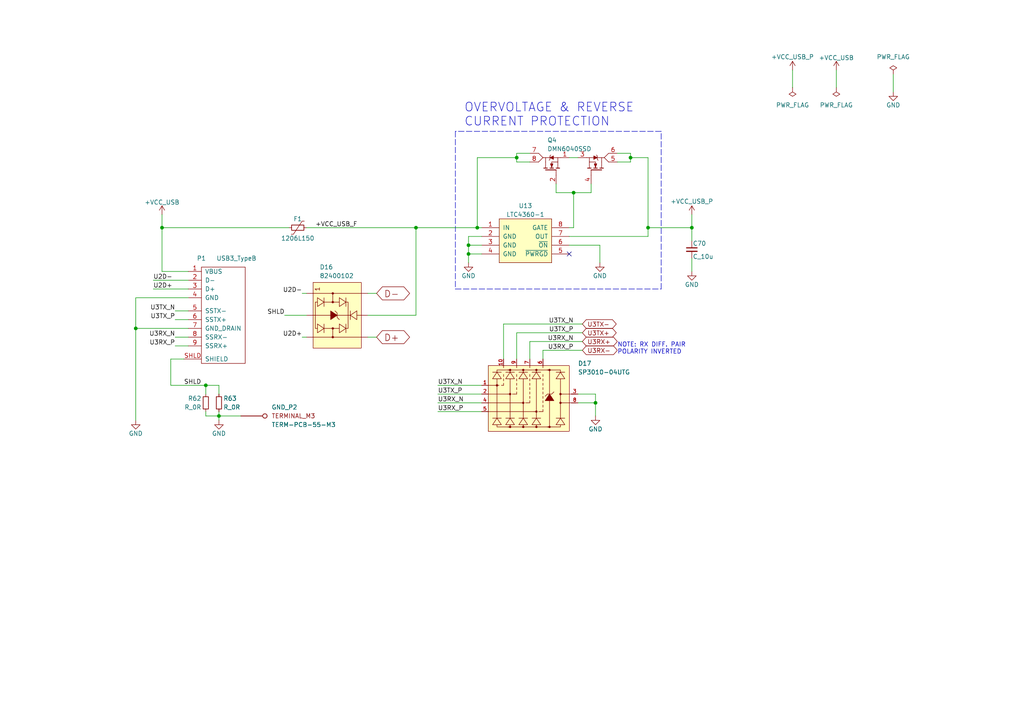
<source format=kicad_sch>
(kicad_sch (version 20211123) (generator eeschema)
  (paper "A4")
  (title_block (title "Scopefun Oscilloscope") (rev "v2") (comment 1 "Copyright Dejan Priversek 2017") (comment 2 "Licensed under CERN OHL v.1.2"))
  (lib_symbols
    (symbol "ScopefunParts:+VCC_USB" (power) (pin_names (offset 0))
      (property "Value" "+VCC_USB" (at 0 3.556 0))
      (symbol "+VCC_USB_0_1"
        (polyline (pts (xy -0.762 1.27) (xy 0 2.54)))
        (polyline (pts (xy 0 0) (xy 0 2.54)))
        (polyline (pts (xy 0 2.54) (xy 0.762 1.27)))
      )
      (symbol "+VCC_USB_1_1"
        (pin power_in line (at 0 0 90) (length 0) hide (name "+VCC_USB") (number "1"))
      )
    )
    (symbol "ScopefunParts:+VCC_USB_P" (power) (pin_names (offset 0))
      (property "Value" "+VCC_USB_P" (at 0 3.556 0))
      (symbol "+VCC_USB_P_0_1"
        (polyline (pts (xy -0.762 1.27) (xy 0 2.54)))
        (polyline (pts (xy 0 0) (xy 0 2.54)))
        (polyline (pts (xy 0 2.54) (xy 0.762 1.27)))
      )
      (symbol "+VCC_USB_P_1_1"
        (pin power_in line (at 0 0 90) (length 0) hide (name "+VCC_USB_P") (number "1"))
      )
    )
    (symbol "ScopefunParts:1206L150" (pin_numbers hide) (pin_names (offset 0.254) hide)
      (property "Reference" "F" (at -1.27 2.54 0))
      (property "Value" "1206L150" (at 0 -3.81 0))
      (symbol "1206L150_0_1"
        (rectangle (start -1.778 -0.762) (end 1.778 0.762) (stroke (width 0.2032)))
        (polyline (pts (xy -1.905 -1.905) (xy -1.27 -1.905) (xy 1.27 1.905) (xy 1.905 1.905)))
      )
      (symbol "1206L150_1_1"
        (pin passive line (at -2.54 0 0) (length 0.762) (name "~") (number "1"))
        (pin passive line (at 2.54 0 180) (length 0.762) (name "~") (number "2"))
      )
    )
    (symbol "ScopefunParts:82400102" (pin_numbers hide) (pin_names (offset 0.254) hide)
      (property "Reference" "D" (at 10.16 3.81 0))
      (property "Value" "82400102" (at 10.16 1.27 0))
      (symbol "82400102_0_0"
        (text "1" (at -7.62 -5.715 0) (effects (font (size 1.27 1.27))))
      )
      (symbol "82400102_0_1"
        (circle (center -6.35 -1.27) (radius 0.254) (fill (type outline)))
        (circle (center -3.81 -1.27) (radius 0.254) (fill (type outline)))
        (polyline (pts (xy -6.35 -1.27) (xy -3.81 -1.27)))
        (polyline (pts (xy -6.35 6.985) (xy -6.35 -6.985)))
        (polyline (pts (xy -5.08 -3.81) (xy -2.54 -3.81)))
        (polyline (pts (xy -5.08 2.54) (xy -2.54 2.54)))
        (polyline (pts (xy -3.81 -3.81) (xy -3.81 0.635)))
        (polyline (pts (xy -1.27 3.81) (xy 1.27 3.81)))
        (polyline (pts (xy 0 -1.905) (xy 0 -6.985)))
        (polyline (pts (xy 0 3.81) (xy 0 0)))
        (polyline (pts (xy 0 5.715) (xy 0 6.985)))
        (polyline (pts (xy 2.54 -3.81) (xy 5.08 -3.81)))
        (polyline (pts (xy 2.54 2.54) (xy 5.08 2.54)))
        (polyline (pts (xy 3.81 -3.81) (xy 3.81 0.635)))
        (polyline (pts (xy 3.81 -1.27) (xy 6.35 -1.27)))
        (polyline (pts (xy 6.35 6.985) (xy 6.35 -6.985)))
        (polyline (pts (xy -3.81 -5.715) (xy -3.81 -6.35) (xy 0 -6.35)))
        (polyline (pts (xy 0 3.175) (xy -3.81 3.175) (xy -3.81 2.54)))
        (polyline (pts (xy 0 3.175) (xy 3.81 3.175) (xy 3.81 2.54)))
        (polyline (pts (xy 3.81 -5.715) (xy 3.81 -6.35) (xy 0 -6.35)))
        (polyline (pts (xy -5.08 -5.715) (xy -3.81 -3.81) (xy -2.54 -5.715) (xy -5.08 -5.715)))
        (polyline (pts (xy -5.08 0.635) (xy -3.81 2.54) (xy -2.54 0.635) (xy -5.08 0.635)))
        (polyline (pts (xy -1.27 5.715) (xy 0 3.81) (xy 1.27 5.715) (xy -1.27 5.715)))
        (polyline (pts (xy 0 0) (xy -1.27 -1.905) (xy 1.27 -1.905) (xy 0 0)) (fill (type outline)))
        (polyline (pts (xy 1.27 0.635) (xy 0.635 0) (xy -0.635 0) (xy -1.27 -0.635)))
        (polyline (pts (xy 2.54 -5.715) (xy 3.81 -3.81) (xy 5.08 -5.715) (xy 2.54 -5.715)))
        (polyline (pts (xy 2.54 0.635) (xy 3.81 2.54) (xy 5.08 0.635) (xy 2.54 0.635)))
        (circle (center 3.81 -1.27) (radius 0.254) (fill (type outline)))
        (circle (center 6.35 -1.27) (radius 0.254) (fill (type outline)))
        (rectangle (start 9.525 -6.985) (end -9.525 6.985) (fill (type background)))
      )
      (symbol "82400102_1_1"
        (pin passive line (at -6.35 -8.89 90) (length 1.905) (name "IO1") (number "1"))
        (pin passive line (at 0 -8.89 90) (length 1.905) (name "GND") (number "2"))
        (pin passive line (at 6.35 -8.89 90) (length 1.905) (name "IO2") (number "3"))
        (pin passive line (at 6.35 8.89 270) (length 1.905) (name "IO2") (number "4"))
        (pin passive line (at 0 8.89 270) (length 1.905) (name "VDD") (number "5"))
        (pin passive line (at -6.35 8.89 270) (length 1.905) (name "IO1") (number "6"))
      )
    )
    (symbol "ScopefunParts:C_10u" (pin_numbers hide) (pin_names (offset 0.254) hide)
      (property "Reference" "C" (at 0.254 1.778 0))
      (property "Value" "C_10u" (at 0.254 -2.032 0))
      (symbol "C_10u_0_1"
        (polyline (pts (xy -1.524 -0.508) (xy 1.524 -0.508)) (stroke (width 0.3302)))
        (polyline (pts (xy -1.524 0.508) (xy 1.524 0.508)) (stroke (width 0.3048)))
      )
      (symbol "C_10u_1_1"
        (pin passive line (at 0 2.54 270) (length 1.905) (name "~") (number "1"))
        (pin passive line (at 0 -2.54 90) (length 2.032) (name "~") (number "2"))
      )
    )
    (symbol "ScopefunParts:DMN6040SSD" (pin_names (offset 0) hide)
      (property "Reference" "Q" (at -7.62 7.62 0))
      (property "Value" "DMN6040SSD" (at -7.62 5.08 0))
      (symbol "DMN6040SSD_0_1"
        (polyline (pts (xy -8.89 2.54) (xy -10.16 1.27)))
        (polyline (pts (xy -8.89 2.54) (xy -10.16 3.81)))
        (polyline (pts (xy -8.89 2.54) (xy -8.128 2.54)))
        (polyline (pts (xy -8.636 -0.508) (xy -7.62 -0.508)) (stroke (width 0.254)))
        (polyline (pts (xy -8.128 -1.016) (xy -5.08 -1.016)) (stroke (width 0.254)))
        (polyline (pts (xy -8.128 -0.508) (xy -8.128 1.27)))
        (polyline (pts (xy -6.858 -0.508) (xy -5.842 -0.508)) (stroke (width 0.254)))
        (polyline (pts (xy -6.35 -0.508) (xy -6.35 1.27)))
        (polyline (pts (xy -5.08 -2.54) (xy -5.08 -1.016)))
        (polyline (pts (xy -5.08 -0.508) (xy -4.064 -0.508)) (stroke (width 0.254)))
        (polyline (pts (xy -4.572 -0.508) (xy -4.572 1.27)))
        (polyline (pts (xy -4.572 1.27) (xy -6.35 1.27)))
        (polyline (pts (xy -4.572 2.54) (xy -3.81 2.54)))
        (polyline (pts (xy 4.572 -0.508) (xy 4.572 1.27)))
        (polyline (pts (xy 4.572 1.27) (xy 6.35 1.27)))
        (polyline (pts (xy 4.572 2.54) (xy 3.81 2.54)))
        (polyline (pts (xy 5.08 -2.54) (xy 5.08 -1.016)))
        (polyline (pts (xy 5.08 -0.508) (xy 4.064 -0.508)) (stroke (width 0.254)))
        (polyline (pts (xy 6.35 -0.508) (xy 6.35 1.27)))
        (polyline (pts (xy 6.858 -0.508) (xy 5.842 -0.508)) (stroke (width 0.254)))
        (polyline (pts (xy 8.128 -1.016) (xy 5.08 -1.016)) (stroke (width 0.254)))
        (polyline (pts (xy 8.128 -0.508) (xy 8.128 1.27)))
        (polyline (pts (xy 8.636 -0.508) (xy 7.62 -0.508)) (stroke (width 0.254)))
        (polyline (pts (xy 8.89 2.54) (xy 8.128 2.54)))
        (polyline (pts (xy 8.89 2.54) (xy 10.16 1.27)))
        (polyline (pts (xy 8.89 2.54) (xy 10.16 3.81)))
        (polyline (pts (xy -6.858 2.54) (xy -8.128 2.54) (xy -8.128 1.27)))
        (polyline (pts (xy -5.842 2.54) (xy -4.572 2.54) (xy -4.572 1.27)))
        (polyline (pts (xy 5.842 2.54) (xy 4.572 2.54) (xy 4.572 1.27)))
        (polyline (pts (xy 6.858 2.54) (xy 8.128 2.54) (xy 8.128 1.27)))
        (polyline (pts (xy -6.604 3.302) (xy -6.858 3.048) (xy -6.858 2.032) (xy -7.112 1.778)))
        (polyline (pts (xy -6.35 -0.254) (xy -6.731 0.762) (xy -5.969 0.762) (xy -6.35 -0.254)) (fill (type outline)))
        (polyline (pts (xy -5.842 2.032) (xy -5.842 3.048) (xy -6.858 2.54) (xy -5.842 2.032)) (fill (type outline)))
        (polyline (pts (xy 5.842 2.032) (xy 5.842 3.048) (xy 6.858 2.54) (xy 5.842 2.032)) (fill (type outline)))
        (polyline (pts (xy 6.35 -0.254) (xy 6.731 0.762) (xy 5.969 0.762) (xy 6.35 -0.254)) (fill (type outline)))
        (polyline (pts (xy 6.604 3.302) (xy 6.858 3.048) (xy 6.858 2.032) (xy 7.112 1.778)))
      )
      (symbol "DMN6040SSD_1_1"
        (pin passive line (at -1.27 2.54 180) (length 2.54) (name "S1") (number "1"))
        (pin input line (at -5.08 -5.08 90) (length 2.54) (name "G1") (number "2"))
        (pin passive line (at 1.27 2.54 0) (length 2.54) (name "S2") (number "3"))
        (pin input line (at 5.08 -5.08 90) (length 2.54) (name "G2") (number "4"))
        (pin passive line (at 12.7 1.27 180) (length 2.54) (name "D2") (number "5"))
        (pin passive line (at 12.7 3.81 180) (length 2.54) (name "D2") (number "6"))
        (pin passive line (at -12.7 3.81 0) (length 2.54) (name "D1") (number "7"))
        (pin passive line (at -12.7 1.27 0) (length 2.54) (name "D1") (number "8"))
      )
    )
    (symbol "ScopefunParts:LTC4360-1" (pin_names (offset 1.016))
      (property "Reference" "U" (at 0 8.89 0))
      (property "Value" "LTC4360-1" (at 0 6.35 0))
      (symbol "LTC4360-1_0_1"
        (rectangle (start -7.62 5.08) (end 7.62 -7.62) (fill (type background)))
      )
      (symbol "LTC4360-1_1_1"
        (pin power_in line (at -12.7 2.54 0) (length 5.08) (name "IN") (number "1"))
        (pin power_in line (at -12.7 0 0) (length 5.08) (name "GND") (number "2"))
        (pin power_in line (at -12.7 -2.54 0) (length 5.08) (name "GND") (number "3"))
        (pin power_in line (at -12.7 -5.08 0) (length 5.08) (name "GND") (number "4"))
        (pin output line (at 12.7 -5.08 180) (length 5.08) (name "~{PWRGD}") (number "5"))
        (pin input line (at 12.7 -2.54 180) (length 5.08) (name "~{ON}") (number "6"))
        (pin power_out line (at 12.7 0 180) (length 5.08) (name "OUT") (number "7"))
        (pin output line (at 12.7 2.54 180) (length 5.08) (name "GATE") (number "8"))
      )
    )
    (symbol "ScopefunParts:R_0R" (pin_numbers hide) (pin_names (offset 0.254) hide)
      (property "Reference" "R" (at 1.27 1.27 0))
      (property "Value" "R_0R" (at 1.27 -1.27 0))
      (symbol "R_0R_0_1"
        (rectangle (start -0.762 1.778) (end 0.762 -1.778) (stroke (width 0.2032)))
      )
      (symbol "R_0R_1_1"
        (pin passive line (at 0 2.54 270) (length 0.762) (name "~") (number "1"))
        (pin passive line (at 0 -2.54 90) (length 0.762) (name "~") (number "2"))
      )
    )
    (symbol "ScopefunParts:SP3010-04UTG" (pin_names (offset 0.254) hide)
      (property "Reference" "D" (at 12.7 10.16 0))
      (property "Value" "SP3010-04UTG" (at 12.7 7.62 0))
      (symbol "SP3010-04UTG_0_0"
        (circle (center -5.715 -8.255) (radius 0.254) (fill (type outline)))
        (circle (center -5.715 8.255) (radius 0.254) (fill (type outline)))
        (circle (center -1.905 -8.255) (radius 0.254) (fill (type outline)))
        (circle (center -1.905 8.255) (radius 0.254) (fill (type outline)))
        (polyline (pts (xy -10.16 3.81) (xy -12.065 3.81)))
        (polyline (pts (xy -9.525 5.715) (xy -9.525 -5.715)))
        (polyline (pts (xy -6.35 1.27) (xy -12.065 1.27)))
        (polyline (pts (xy -5.715 5.715) (xy -5.715 -5.715)))
        (polyline (pts (xy -2.54 -1.27) (xy -12.065 -1.27)))
        (polyline (pts (xy -1.905 -7.62) (xy -1.905 -8.255)))
        (polyline (pts (xy -1.905 5.715) (xy -1.905 -5.715)))
        (polyline (pts (xy -1.905 7.62) (xy -1.905 8.255)))
        (polyline (pts (xy 1.27 -3.81) (xy -12.065 -3.81)))
        (polyline (pts (xy 1.905 -8.255) (xy 5.715 -8.255)))
        (polyline (pts (xy 1.905 5.715) (xy 1.905 -5.715)))
        (polyline (pts (xy 5.715 -8.255) (xy 5.715 8.255)))
        (polyline (pts (xy 5.715 8.255) (xy 1.905 8.255)))
        (polyline (pts (xy 8.89 -5.715) (xy 8.89 5.715)))
        (circle (center 1.905 -8.255) (radius 0.254) (fill (type outline)))
        (circle (center 1.905 8.255) (radius 0.254) (fill (type outline)))
        (circle (center 5.715 -8.255) (radius 0.254) (fill (type outline)))
        (circle (center 5.715 8.255) (radius 0.254) (fill (type outline)))
      )
      (symbol "SP3010-04UTG_0_1"
        (circle (center -9.525 3.81) (radius 0.254) (fill (type outline)))
        (circle (center -5.715 1.27) (radius 0.254) (fill (type outline)))
        (circle (center -1.905 -1.27) (radius 0.254) (fill (type outline)))
        (polyline (pts (xy -10.795 -5.715) (xy -8.255 -5.715)))
        (polyline (pts (xy -10.795 7.62) (xy -8.255 7.62)))
        (polyline (pts (xy -9.525 3.81) (xy -10.16 3.81)))
        (polyline (pts (xy -9.525 3.81) (xy -8.89 3.81)))
        (polyline (pts (xy -8.255 3.81) (xy -7.62 3.81)))
        (polyline (pts (xy -7.62 4.445) (xy -7.62 3.81)))
        (polyline (pts (xy -7.62 5.08) (xy -7.62 5.715)))
        (polyline (pts (xy -7.62 6.35) (xy -7.62 6.985)))
        (polyline (pts (xy -7.62 7.62) (xy -7.62 7.62)))
        (polyline (pts (xy -7.62 8.89) (xy -7.62 9.525)))
        (polyline (pts (xy -6.985 -5.715) (xy -4.445 -5.715)))
        (polyline (pts (xy -6.985 7.62) (xy -4.445 7.62)))
        (polyline (pts (xy -6.35 1.27) (xy -5.715 1.27)))
        (polyline (pts (xy -6.35 8.255) (xy -5.715 8.255)))
        (polyline (pts (xy -5.715 -8.255) (xy -6.35 -8.255)))
        (polyline (pts (xy -5.08 1.27) (xy -4.445 1.27)))
        (polyline (pts (xy -4.445 1.27) (xy -3.81 1.27)))
        (polyline (pts (xy -3.81 1.27) (xy -3.81 1.905)))
        (polyline (pts (xy -3.81 2.54) (xy -3.81 3.175)))
        (polyline (pts (xy -3.81 3.81) (xy -3.81 4.445)))
        (polyline (pts (xy -3.81 5.08) (xy -3.81 5.715)))
        (polyline (pts (xy -3.81 6.35) (xy -3.81 6.985)))
        (polyline (pts (xy -3.81 7.62) (xy -3.81 7.62)))
        (polyline (pts (xy -3.81 8.89) (xy -3.81 9.525)))
        (polyline (pts (xy -3.175 -5.715) (xy -0.635 -5.715)))
        (polyline (pts (xy -3.175 7.62) (xy -0.635 7.62)))
        (polyline (pts (xy -2.54 -1.27) (xy -1.905 -1.27)))
        (polyline (pts (xy -1.27 -1.27) (xy -0.635 -1.27)))
        (polyline (pts (xy -0.635 -1.27) (xy 0 -1.27)))
        (polyline (pts (xy 0 -1.27) (xy 0 -0.635)))
        (polyline (pts (xy 0 0) (xy 0 0.635)))
        (polyline (pts (xy 0 1.27) (xy 0 1.905)))
        (polyline (pts (xy 0 2.54) (xy 0 3.175)))
        (polyline (pts (xy 0 3.81) (xy 0 4.445)))
        (polyline (pts (xy 0 5.08) (xy 0 5.715)))
        (polyline (pts (xy 0 6.35) (xy 0 6.985)))
        (polyline (pts (xy 0 7.62) (xy 0 7.62)))
        (polyline (pts (xy 0 8.89) (xy 0 9.525)))
        (polyline (pts (xy 0.635 -5.715) (xy 3.175 -5.715)))
        (polyline (pts (xy 0.635 7.62) (xy 3.175 7.62)))
        (polyline (pts (xy 1.27 -3.81) (xy 1.905 -3.81)))
        (polyline (pts (xy 2.54 -3.81) (xy 3.175 -3.81)))
        (polyline (pts (xy 3.175 -3.81) (xy 3.81 -3.81)))
        (polyline (pts (xy 3.81 -3.81) (xy 3.81 -3.175)))
        (polyline (pts (xy 3.81 -2.54) (xy 3.81 -1.905)))
        (polyline (pts (xy 3.81 -1.27) (xy 3.81 -0.635)))
        (polyline (pts (xy 3.81 0) (xy 3.81 0.635)))
        (polyline (pts (xy 3.81 1.905) (xy 3.81 1.27)))
        (polyline (pts (xy 3.81 3.175) (xy 3.81 2.54)))
        (polyline (pts (xy 3.81 3.81) (xy 3.81 4.445)))
        (polyline (pts (xy 3.81 5.08) (xy 3.81 5.715)))
        (polyline (pts (xy 3.81 6.35) (xy 3.81 6.985)))
        (polyline (pts (xy 3.81 7.62) (xy 3.81 7.62)))
        (polyline (pts (xy 3.81 9.525) (xy 3.81 8.89)))
        (polyline (pts (xy 7.62 -5.715) (xy 10.16 -5.715)))
        (polyline (pts (xy 7.62 7.62) (xy 10.16 7.62)))
        (polyline (pts (xy 12.065 -1.27) (xy 8.89 -1.27)))
        (polyline (pts (xy 12.065 -1.27) (xy 13.335 -1.27)))
        (polyline (pts (xy 12.065 1.27) (xy 8.89 1.27)))
        (polyline (pts (xy 12.065 1.27) (xy 13.335 1.27)))
        (polyline (pts (xy -9.525 -7.62) (xy -9.525 -8.255) (xy -5.715 -8.255)))
        (polyline (pts (xy -5.715 -7.62) (xy -5.715 -8.255) (xy -1.905 -8.255)))
        (polyline (pts (xy -5.715 8.255) (xy -9.525 8.255) (xy -9.525 7.62)))
        (polyline (pts (xy -1.905 8.255) (xy -5.715 8.255) (xy -5.715 7.62)))
        (polyline (pts (xy -1.905 8.255) (xy 1.905 8.255) (xy 1.905 7.62)))
        (polyline (pts (xy 1.905 -7.62) (xy 1.905 -8.255) (xy -1.905 -8.255)))
        (polyline (pts (xy 5.08 8.255) (xy 8.89 8.255) (xy 8.89 7.62)))
        (polyline (pts (xy 8.89 -7.62) (xy 8.89 -8.255) (xy 5.08 -8.255)))
        (polyline (pts (xy -10.795 -7.62) (xy -9.525 -5.715) (xy -8.255 -7.62) (xy -10.795 -7.62)))
        (polyline (pts (xy -10.795 5.715) (xy -9.525 7.62) (xy -8.255 5.715) (xy -10.795 5.715)))
        (polyline (pts (xy -6.985 -7.62) (xy -5.715 -5.715) (xy -4.445 -7.62) (xy -6.985 -7.62)))
        (polyline (pts (xy -6.985 5.715) (xy -5.715 7.62) (xy -4.445 5.715) (xy -6.985 5.715)))
        (polyline (pts (xy -3.175 -7.62) (xy -1.905 -5.715) (xy -0.635 -7.62) (xy -3.175 -7.62)))
        (polyline (pts (xy -3.175 5.715) (xy -1.905 7.62) (xy -0.635 5.715) (xy -3.175 5.715)))
        (polyline (pts (xy 0.635 -7.62) (xy 1.905 -5.715) (xy 3.175 -7.62) (xy 0.635 -7.62)))
        (polyline (pts (xy 0.635 5.715) (xy 1.905 7.62) (xy 3.175 5.715) (xy 0.635 5.715)))
        (polyline (pts (xy 5.715 1.27) (xy 4.445 -0.635) (xy 6.985 -0.635) (xy 5.715 1.27)) (fill (type outline)))
        (polyline (pts (xy 6.985 1.905) (xy 6.35 1.27) (xy 5.08 1.27) (xy 4.445 0.635)))
        (polyline (pts (xy 7.62 -7.62) (xy 8.89 -5.715) (xy 10.16 -7.62) (xy 7.62 -7.62)))
        (polyline (pts (xy 7.62 5.715) (xy 8.89 7.62) (xy 10.16 5.715) (xy 7.62 5.715)))
        (circle (center 1.905 -3.81) (radius 0.254) (fill (type outline)))
        (circle (center 8.89 -1.27) (radius 0.254) (fill (type outline)))
        (circle (center 8.89 1.27) (radius 0.254) (fill (type outline)))
        (rectangle (start 11.43 -9.525) (end -12.065 9.525) (fill (type background)))
      )
      (symbol "SP3010-04UTG_1_1"
        (pin passive line (at -13.97 3.81 0) (length 1.905) (name "IO1") (number "1"))
        (pin passive line (at -7.62 11.43 270) (length 1.905) (name "IO1") (number "10"))
        (pin passive line (at -13.97 1.27 0) (length 1.905) (name "GND") (number "2"))
        (pin passive line (at 13.97 1.27 180) (length 1.905) (name "IO2") (number "3"))
        (pin passive line (at -13.97 -1.27 0) (length 1.905) (name "IO2") (number "4"))
        (pin passive line (at -13.97 -3.81 0) (length 1.905) (name "VDD") (number "5"))
        (pin passive line (at 3.81 11.43 270) (length 1.905) (name "IO1") (number "6"))
        (pin passive line (at 0 11.43 270) (length 1.905) (name "IO1") (number "7"))
        (pin passive line (at 13.97 -1.27 180) (length 1.905) (name "IO1") (number "8"))
        (pin passive line (at -3.81 11.43 270) (length 1.905) (name "IO1") (number "9"))
      )
    )
    (symbol "ScopefunParts:TERM-PCB-55-M3" (pin_numbers hide) (pin_names (offset 1.016) hide)
      (property "Reference" "P" (at -1.27 1.27 0))
      (property "Value" "TERM-PCB-55-M3" (at -2.54 -2.54 0))
      (symbol "TERM-PCB-55-M3_0_0"
        (text "TERMINAL_M3" (at 6.35 0 0) (effects (font (size 1.27 1.27)) (justify left)))
      )
      (symbol "TERM-PCB-55-M3_1_1"
        (pin passive inverted (at -2.54 0 0) (length 7.62) (name "1") (number "1"))
      )
    )
    (symbol "ScopefunParts:USB3_TypeB" (pin_names (offset 1.016))
      (property "Reference" "P" (at -5.08 16.51 0))
      (property "Value" "USB3_TypeB" (at 5.08 16.51 0))
      (symbol "USB3_TypeB_0_1"
        (rectangle (start -5.08 13.97) (end 7.62 -13.97))
      )
      (symbol "USB3_TypeB_1_1"
        (pin power_out line (at -8.89 12.7 0) (length 3.81) (name "VBUS") (number "1"))
        (pin passive line (at -8.89 10.16 0) (length 3.81) (name "D-") (number "2"))
        (pin bidirectional line (at -8.89 7.62 0) (length 3.81) (name "D+") (number "3"))
        (pin power_in line (at -8.89 5.08 0) (length 3.81) (name "GND") (number "4"))
        (pin bidirectional line (at -8.89 1.27 0) (length 3.81) (name "SSTX-") (number "5"))
        (pin bidirectional line (at -8.89 -1.27 0) (length 3.81) (name "SSTX+") (number "6"))
        (pin power_in line (at -8.89 -3.81 0) (length 3.81) (name "GND_DRAIN") (number "7"))
        (pin bidirectional line (at -8.89 -6.35 0) (length 3.81) (name "SSRX-") (number "8"))
        (pin bidirectional line (at -8.89 -8.89 0) (length 3.81) (name "SSRX+") (number "9"))
        (pin passive line (at -10.16 -12.7 0) (length 5.08) (name "SHIELD") (number "SHLD"))
      )
    )
    (symbol "Scopefun_v2-rescue:GND" (power) (pin_names (offset 0))
      (property "Value" "GND" (at 0 -3.81 0))
      (symbol "GND_0_1"
        (polyline (pts (xy 0 0) (xy 0 -1.27) (xy 1.27 -1.27) (xy 0 -2.54) (xy -1.27 -1.27) (xy 0 -1.27)))
      )
      (symbol "GND_1_1"
        (pin power_in line (at 0 0 270) (length 0) hide (name "GND") (number "1"))
      )
    )
    (symbol "Scopefun_v2-rescue:PWR_FLAG" (power) (pin_numbers hide) (pin_names (offset 0) hide)
      (property "Value" "PWR_FLAG" (at 0 3.81 0))
      (symbol "PWR_FLAG_0_0"
        (pin power_out line (at 0 0 90) (length 0) (name "pwr") (number "1"))
      )
      (symbol "PWR_FLAG_0_1"
        (polyline (pts (xy 0 0) (xy 0 1.27) (xy -1.016 1.905) (xy 0 2.54) (xy 1.016 1.905) (xy 0 1.27)))
      )
    )
  )
  (junction (at 200.66 66.04))
  (junction (at 149.86 45.72))
  (junction (at 59.69 111.76))
  (junction (at 135.89 73.66))
  (junction (at 172.72 116.84))
  (junction (at 187.96 66.04))
  (junction (at 166.37 55.88))
  (junction (at 46.99 66.04))
  (junction (at 138.43 66.04))
  (junction (at 120.65 66.04))
  (junction (at 135.89 71.12))
  (junction (at 182.88 45.72))
  (junction (at 63.5 120.65))
  (junction (at 39.37 95.25))
  (no_connect (at 165.1 73.66))
  (wire (pts (xy 46.99 78.74) (xy 54.61 78.74)))
  (wire (pts (xy 173.99 71.12) (xy 165.1 71.12)))
  (wire (pts (xy 149.86 104.14) (xy 149.86 96.52)))
  (wire (pts (xy 146.05 104.14) (xy 146.05 93.98)))
  (wire (pts (xy 139.7 111.76) (xy 127 111.76)))
  (wire (pts (xy 200.66 62.23) (xy 200.66 66.04)))
  (wire (pts (xy 149.86 46.99) (xy 153.67 46.99)))
  (wire (pts (xy 172.72 114.3) (xy 167.64 114.3)))
  (wire (pts (xy 187.96 68.58) (xy 165.1 68.58)))
  (wire (pts (xy 88.9 85.09) (xy 87.63 85.09)))
  (wire (pts (xy 172.72 114.3) (xy 172.72 116.84)))
  (wire (pts (xy 139.7 116.84) (xy 127 116.84)))
  (wire (pts (xy 139.7 114.3) (xy 127 114.3)))
  (wire (pts (xy 229.87 20.32) (xy 229.87 25.4)))
  (wire (pts (xy 46.99 62.23) (xy 46.99 66.04)))
  (wire (pts (xy 63.5 119.38) (xy 63.5 120.65)))
  (wire (pts (xy 54.61 86.36) (xy 39.37 86.36)))
  (wire (pts (xy 135.89 73.66) (xy 135.89 76.2)))
  (wire (pts (xy 179.07 44.45) (xy 182.88 44.45)))
  (wire (pts (xy 63.5 111.76) (xy 63.5 114.3)))
  (wire (pts (xy 161.29 55.88) (xy 166.37 55.88)))
  (polyline (pts (xy 132.08 38.1) (xy 132.08 83.82)))
  (wire (pts (xy 135.89 73.66) (xy 139.7 73.66)))
  (wire (pts (xy 50.8 92.71) (xy 54.61 92.71)))
  (wire (pts (xy 106.68 97.79) (xy 109.22 97.79)))
  (wire (pts (xy 135.89 68.58) (xy 135.89 71.12)))
  (polyline (pts (xy 132.08 83.82) (xy 191.77 83.82)))
  (wire (pts (xy 54.61 95.25) (xy 39.37 95.25)))
  (wire (pts (xy 44.45 83.82) (xy 54.61 83.82)))
  (wire (pts (xy 59.69 111.76) (xy 63.5 111.76)))
  (wire (pts (xy 63.5 120.65) (xy 69.85 120.65)))
  (wire (pts (xy 187.96 66.04) (xy 187.96 68.58)))
  (polyline (pts (xy 191.77 83.82) (xy 191.77 38.1)))
  (wire (pts (xy 54.61 90.17) (xy 50.8 90.17)))
  (wire (pts (xy 173.99 76.2) (xy 173.99 71.12)))
  (wire (pts (xy 182.88 45.72) (xy 187.96 45.72)))
  (wire (pts (xy 49.53 104.14) (xy 53.34 104.14)))
  (wire (pts (xy 88.9 91.44) (xy 82.55 91.44)))
  (wire (pts (xy 138.43 66.04) (xy 138.43 45.72)))
  (wire (pts (xy 242.57 20.32) (xy 242.57 25.4)))
  (wire (pts (xy 46.99 66.04) (xy 46.99 78.74)))
  (wire (pts (xy 166.37 66.04) (xy 166.37 55.88)))
  (wire (pts (xy 172.72 116.84) (xy 172.72 120.65)))
  (wire (pts (xy 138.43 45.72) (xy 149.86 45.72)))
  (wire (pts (xy 120.65 66.04) (xy 138.43 66.04)))
  (wire (pts (xy 146.05 93.98) (xy 168.91 93.98)))
  (wire (pts (xy 171.45 55.88) (xy 171.45 53.34)))
  (wire (pts (xy 50.8 100.33) (xy 54.61 100.33)))
  (wire (pts (xy 120.65 91.44) (xy 120.65 66.04)))
  (wire (pts (xy 165.1 45.72) (xy 167.64 45.72)))
  (wire (pts (xy 106.68 91.44) (xy 120.65 91.44)))
  (wire (pts (xy 106.68 85.09) (xy 109.22 85.09)))
  (wire (pts (xy 49.53 111.76) (xy 59.69 111.76)))
  (wire (pts (xy 187.96 66.04) (xy 200.66 66.04)))
  (wire (pts (xy 88.9 66.04) (xy 120.65 66.04)))
  (wire (pts (xy 153.67 104.14) (xy 153.67 99.06)))
  (wire (pts (xy 157.48 101.6) (xy 168.91 101.6)))
  (wire (pts (xy 59.69 119.38) (xy 59.69 120.65)))
  (polyline (pts (xy 191.77 38.1) (xy 132.08 38.1)))
  (wire (pts (xy 39.37 86.36) (xy 39.37 95.25)))
  (wire (pts (xy 172.72 116.84) (xy 167.64 116.84)))
  (wire (pts (xy 139.7 71.12) (xy 135.89 71.12)))
  (wire (pts (xy 157.48 104.14) (xy 157.48 101.6)))
  (wire (pts (xy 39.37 95.25) (xy 39.37 121.92)))
  (wire (pts (xy 149.86 96.52) (xy 168.91 96.52)))
  (wire (pts (xy 46.99 66.04) (xy 83.82 66.04)))
  (wire (pts (xy 200.66 78.74) (xy 200.66 74.93)))
  (wire (pts (xy 135.89 71.12) (xy 135.89 73.66)))
  (wire (pts (xy 59.69 114.3) (xy 59.69 111.76)))
  (wire (pts (xy 138.43 66.04) (xy 139.7 66.04)))
  (wire (pts (xy 182.88 46.99) (xy 179.07 46.99)))
  (wire (pts (xy 149.86 44.45) (xy 149.86 45.72)))
  (wire (pts (xy 135.89 68.58) (xy 139.7 68.58)))
  (wire (pts (xy 59.69 120.65) (xy 63.5 120.65)))
  (wire (pts (xy 63.5 120.65) (xy 63.5 121.92)))
  (wire (pts (xy 149.86 45.72) (xy 149.86 46.99)))
  (wire (pts (xy 153.67 99.06) (xy 168.91 99.06)))
  (wire (pts (xy 139.7 119.38) (xy 127 119.38)))
  (wire (pts (xy 149.86 44.45) (xy 153.67 44.45)))
  (wire (pts (xy 259.08 26.67) (xy 259.08 21.59)))
  (wire (pts (xy 166.37 55.88) (xy 171.45 55.88)))
  (wire (pts (xy 50.8 97.79) (xy 54.61 97.79)))
  (wire (pts (xy 88.9 97.79) (xy 87.63 97.79)))
  (wire (pts (xy 182.88 45.72) (xy 182.88 46.99)))
  (wire (pts (xy 200.66 66.04) (xy 200.66 69.85)))
  (wire (pts (xy 49.53 111.76) (xy 49.53 104.14)))
  (wire (pts (xy 182.88 44.45) (xy 182.88 45.72)))
  (wire (pts (xy 44.45 81.28) (xy 54.61 81.28)))
  (wire (pts (xy 165.1 66.04) (xy 166.37 66.04)))
  (wire (pts (xy 187.96 45.72) (xy 187.96 66.04)))
  (wire (pts (xy 161.29 55.88) (xy 161.29 53.34)))
  (text "NOTE: RX DIFF. PAIR\nPOLARITY INVERTED" (at 179.07 102.87 0) (effects (font (size 1.27 1.27)) (justify left bottom)))
  (text "OVERVOLTAGE & REVERSE\nCURRENT PROTECTION" (at 134.62 36.83 0) (effects (font (size 2.54 2.54)) (justify left bottom)))
  (label "U3RX_N" (at 50.8 97.79 180))
  (label "U2D-" (at 44.45 81.28 0))
  (label "U3TX_N" (at 50.8 90.17 180))
  (label "U3TX_P" (at 50.8 92.71 180))
  (label "+VCC_USB_F" (at 91.44 66.04 0))
  (label "U3RX_P" (at 127 119.38 0))
  (label "SHLD" (at 53.34 111.76 0))
  (label "U3TX_P" (at 166.37 96.52 180))
  (label "U3RX_N" (at 127 116.84 0))
  (label "SHLD" (at 82.55 91.44 180))
  (label "U3RX_N" (at 166.37 99.06 180))
  (label "U2D+" (at 44.45 83.82 0))
  (label "U3TX_N" (at 127 111.76 0))
  (label "U3RX_P" (at 50.8 100.33 180))
  (label "U3RX_P" (at 166.37 101.6 180))
  (label "U2D+" (at 87.63 97.79 180))
  (label "U3TX_N" (at 166.37 93.98 180))
  (label "U2D-" (at 87.63 85.09 180))
  (label "U3TX_P" (at 127 114.3 0))
  (global_label "D-" (shape bidirectional) (at 109.22 85.09 0) (effects (font (size 1.905 1.905))) (property "Intersheet References" "${INTERSHEET_REFS}" (effects hide)))
  (global_label "U3RX-" (shape bidirectional) (at 168.91 101.6 0) (property "Intersheet References" "${INTERSHEET_REFS}" (effects hide)))
  (global_label "U3TX+" (shape bidirectional) (at 168.91 96.52 0) (property "Intersheet References" "${INTERSHEET_REFS}" (effects hide)))
  (global_label "U3RX+" (shape bidirectional) (at 168.91 99.06 0) (property "Intersheet References" "${INTERSHEET_REFS}" (effects hide)))
  (global_label "D+" (shape bidirectional) (at 109.22 97.79 0) (effects (font (size 1.905 1.905))) (property "Intersheet References" "${INTERSHEET_REFS}" (effects hide)))
  (global_label "U3TX-" (shape bidirectional) (at 168.91 93.98 0) (property "Intersheet References" "${INTERSHEET_REFS}" (effects hide)))
  (symbol (lib_id "Scopefun_v2-rescue:GND") (at 63.5 121.92 0)
    (property "Reference" "#PWR0111" (effects hide))
    (property "Value" "GND" (at 63.5 125.73 0))
  )
  (symbol (lib_id "ScopefunParts:1206L150") (at 86.36 66.04 0) (unit 1)
    (property "Reference" "F1" (at 85.09 63.5 0) (effects (justify left)))
    (property "Value" "1206L150" (at 86.36 69.85 0) (effects (justify bottom)))
    (property "Footprint" "ScopefunPackagesLibrary:R_1206" (effects hide))
    (property "Datasheet" "http://www.littelfuse.com/~/media/electronics/datasheets/resettable_ptcs/littelfuse_ptc_1206l_datasheet.pdf.pdf" (effects hide))
    (property "MFG Part#" "1206L150THWR" (effects hide))
    (property "Description" "Resettable Fuses - PPTC PTC 6V 1206 1.5A POLYFUSE SMD THIN" (effects hide))
  )
  (symbol (lib_id "ScopefunParts:+VCC_USB_P") (at 200.66 62.23 0) (unit 1)
    (property "Reference" "#PWR0112" (effects hide))
    (property "Value" "+VCC_USB_P" (at 200.66 58.42 0))
  )
  (symbol (lib_id "Scopefun_v2-rescue:PWR_FLAG") (at 259.08 21.59 0) (unit 1)
    (property "Reference" "#FLG0113" (effects hide))
    (property "Value" "PWR_FLAG" (at 259.08 16.51 0))
  )
  (symbol (lib_id "Scopefun_v2-rescue:GND") (at 259.08 26.67 0)
    (property "Reference" "#PWR0114" (effects hide))
    (property "Value" "GND" (at 259.08 30.48 0))
  )
  (symbol (lib_id "ScopefunParts:LTC4360-1") (at 152.4 68.58 0) (unit 1)
    (property "Reference" "U13" (at 152.4 59.69 0))
    (property "Value" "LTC4360-1" (at 152.4 62.23 0))
    (property "Footprint" "ScopefunPackagesLibrary:SC70" (effects hide))
    (property "Datasheet" "http://cds.linear.com/docs/en/datasheet/436012fa.pdf" (effects hide))
    (property "MFG Part#" "LTC4360CSC8-1" (effects hide))
    (property "Description" "Overvoltage Protection Controller" (effects hide))
  )
  (symbol (lib_id "Scopefun_v2-rescue:GND") (at 173.99 76.2 0)
    (property "Reference" "#PWR0115" (effects hide))
    (property "Value" "GND" (at 173.99 80.01 0))
  )
  (symbol (lib_id "Scopefun_v2-rescue:GND") (at 39.37 121.92 0)
    (property "Reference" "#PWR0116" (effects hide))
    (property "Value" "GND" (at 39.37 125.73 0))
  )
  (symbol (lib_id "ScopefunParts:+VCC_USB") (at 46.99 62.23 0) (unit 1)
    (property "Reference" "#PWR0117" (effects hide))
    (property "Value" "+VCC_USB" (at 46.99 58.674 0))
  )
  (symbol (lib_id "Scopefun_v2-rescue:PWR_FLAG") (at 242.57 25.4 0) (mirror x) (unit 1)
    (property "Reference" "#FLG0118" (effects hide))
    (property "Value" "PWR_FLAG" (at 242.57 30.48 0))
  )
  (symbol (lib_id "ScopefunParts:+VCC_USB") (at 242.57 20.32 0) (unit 1)
    (property "Reference" "#PWR0119" (effects hide))
    (property "Value" "+VCC_USB" (at 242.57 16.764 0))
  )
  (symbol (lib_id "Scopefun_v2-rescue:PWR_FLAG") (at 229.87 25.4 0) (mirror x) (unit 1)
    (property "Reference" "#FLG0120" (effects hide))
    (property "Value" "PWR_FLAG" (at 229.87 30.48 0))
  )
  (symbol (lib_id "ScopefunParts:+VCC_USB_P") (at 229.87 20.32 0) (unit 1)
    (property "Reference" "#PWR0121" (effects hide))
    (property "Value" "+VCC_USB_P" (at 229.87 16.51 0))
  )
  (symbol (lib_id "ScopefunParts:DMN6040SSD") (at 166.37 48.26 0) (unit 1)
    (property "Reference" "Q4" (at 158.75 40.64 0) (effects (justify left)))
    (property "Value" "DMN6040SSD" (at 158.75 43.18 0) (effects (justify left)))
    (property "Footprint" "ScopefunPackagesLibrary:SOIC8" (effects hide))
    (property "Datasheet" "https://www.diodes.com/assets/Datasheets/DMN6040SSD.pdf" (effects hide))
    (property "Description" "60 V, 4.4 A dual N-channel Trench MOSFET" (effects hide))
    (property "MFG Part#" "DMN6040SSD-13" (effects hide))
  )
  (symbol (lib_id "Scopefun_v2-rescue:GND") (at 200.66 78.74 0)
    (property "Reference" "#PWR0122" (effects hide))
    (property "Value" "GND" (at 200.66 82.55 0))
  )
  (symbol (lib_id "Scopefun_v2-rescue:GND") (at 135.89 76.2 0)
    (property "Reference" "#PWR0123" (effects hide))
    (property "Value" "GND" (at 135.89 80.01 0))
  )
  (symbol (lib_id "ScopefunParts:R_0R") (at 63.5 116.84 0) (unit 1)
    (property "Reference" "R63" (at 64.77 115.57 0) (effects (justify left)))
    (property "Value" "R_0R" (at 64.77 118.11 0) (effects (justify left)))
    (property "Footprint" "ScopefunPackagesLibrary:R_0805" (effects hide))
    (property "MFG Part#" "ERJ-6GEY0R00V" (effects hide))
    (property "Description" "RES SMD ZERO OHM JUMPER 0805" (effects hide))
  )
  (symbol (lib_id "ScopefunParts:R_0R") (at 59.69 116.84 0) (mirror y) (unit 1)
    (property "Reference" "R62" (at 58.42 115.57 0) (effects (justify left)))
    (property "Value" "R_0R" (at 58.42 118.11 0) (effects (justify left)))
    (property "Footprint" "ScopefunPackagesLibrary:R_0805" (effects hide))
    (property "MFG Part#" "ERJ-6GEY0R00V" (effects hide))
    (property "Description" "RES SMD ZERO OHM JUMPER 0805" (effects hide))
  )
  (symbol (lib_id "ScopefunParts:USB3_TypeB") (at 63.5 91.44 0) (unit 1)
    (property "Reference" "P1" (at 58.42 74.93 0))
    (property "Value" "USB3_TypeB" (at 68.58 74.93 0))
    (property "Footprint" "ScopefunPackagesLibrary:USB3_TypeB" (effects hide))
    (property "Datasheet" "http://katalog.we-online.de/em/datasheet/692221030100.pdf" (effects hide))
    (property "Description" "USB 3.0 Type B" (effects hide))
    (property "MFG Part#" "692221030100" (effects hide))
  )
  (symbol (lib_id "ScopefunParts:82400102") (at 97.79 91.44 270) (unit 1)
    (property "Reference" "D16" (at 92.71 77.47 90) (effects (justify left)))
    (property "Value" "82400102" (at 92.71 80.01 90) (effects (justify left)))
    (property "Footprint" "ScopefunPackagesLibrary:SOT23-6" (effects hide))
    (property "Datasheet" "http://katalog.we-online.de/pbs/datasheet/82400102.pdf" (effects hide))
    (property "MFG Part#" "82400102" (effects hide))
    (property "Description" "TVS Diode Array WE-TVS SOT23-6L" (effects hide))
  )
  (symbol (lib_id "ScopefunParts:SP3010-04UTG") (at 153.67 115.57 0) (unit 1)
    (property "Reference" "D17" (at 167.64 105.41 0) (effects (justify left)))
    (property "Value" "SP3010-04UTG" (at 167.64 107.95 0) (effects (justify left)))
    (property "Footprint" "ScopefunPackagesLibrary:uDFN-10" (effects hide))
    (property "Datasheet" "http://www.littelfuse.com/~/media/electronics/datasheets/tvs_diode_arrays/littelfuse_tvs_diode_array_sp3010_datasheet.pdf.pdf" (effects hide))
    (property "MFG Part#" "SP3010-04UTG" (effects hide))
    (property "Description" "SP3010 Series 0.45pF Diode Array" (effects hide))
  )
  (symbol (lib_id "Scopefun_v2-rescue:GND") (at 172.72 120.65 0)
    (property "Reference" "#PWR0124" (effects hide))
    (property "Value" "GND" (at 172.72 124.46 0))
  )
  (symbol (lib_id "ScopefunParts:C_10u") (at 200.66 72.39 0) (unit 1)
    (property "Reference" "C70" (at 200.914 70.612 0) (effects (justify left)))
    (property "Value" "C_10u" (at 200.914 74.422 0) (effects (justify left)))
    (property "Footprint" "ScopefunPackagesLibrary:C_0603" (effects hide))
    (property "Datasheet" "http://psearch.en.murata.com/capacitor/product/GRM188R60J106KE47%23.pdf" (effects hide))
    (property "MFG Part#" "GRM188R60J106KE47D" (effects hide))
    (property "Description" "MLCC - SMD/SMT 0603 6.3V X5R 10%" (effects hide))
  )
  (symbol (lib_id "ScopefunParts:TERM-PCB-55-M3") (at 72.39 120.65 0) (unit 1)
    (property "Reference" "GND_P2" (at 78.74 118.11 0) (effects (justify left)))
    (property "Value" "TERM-PCB-55-M3" (at 78.74 123.19 0) (effects (justify left)))
    (property "Footprint" "ScopefunPackagesLibrary:TERM-PCB-55-M3" (effects hide))
    (property "Datasheet" "https://www.tme.eu/Document/0c814e212532c91d0fc3fbdcf27c7505/PCB-55%28M3%29.pdf" (effects hide))
    (property "Description" "TERMINAL PCB-55(M3)" (effects hide))
    (property "MFG Part#" "PCB-55(M3)" (effects hide))
  )
)
</source>
